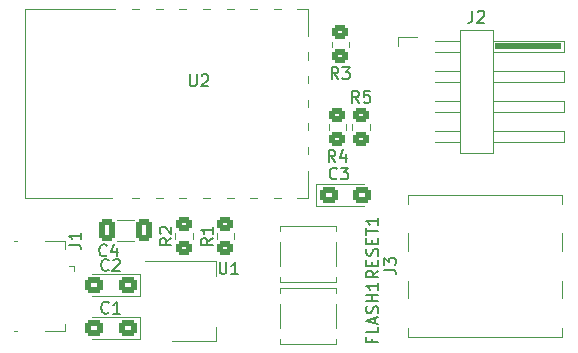
<source format=gto>
%TF.GenerationSoftware,KiCad,Pcbnew,(6.0.0)*%
%TF.CreationDate,2023-04-27T21:52:48-07:00*%
%TF.ProjectId,dumpster_fire_shelf_led_controller,64756d70-7374-4657-925f-666972655f73,rev?*%
%TF.SameCoordinates,Original*%
%TF.FileFunction,Legend,Top*%
%TF.FilePolarity,Positive*%
%FSLAX46Y46*%
G04 Gerber Fmt 4.6, Leading zero omitted, Abs format (unit mm)*
G04 Created by KiCad (PCBNEW (6.0.0)) date 2023-04-27 21:52:48*
%MOMM*%
%LPD*%
G01*
G04 APERTURE LIST*
G04 Aperture macros list*
%AMRoundRect*
0 Rectangle with rounded corners*
0 $1 Rounding radius*
0 $2 $3 $4 $5 $6 $7 $8 $9 X,Y pos of 4 corners*
0 Add a 4 corners polygon primitive as box body*
4,1,4,$2,$3,$4,$5,$6,$7,$8,$9,$2,$3,0*
0 Add four circle primitives for the rounded corners*
1,1,$1+$1,$2,$3*
1,1,$1+$1,$4,$5*
1,1,$1+$1,$6,$7*
1,1,$1+$1,$8,$9*
0 Add four rect primitives between the rounded corners*
20,1,$1+$1,$2,$3,$4,$5,0*
20,1,$1+$1,$4,$5,$6,$7,0*
20,1,$1+$1,$6,$7,$8,$9,0*
20,1,$1+$1,$8,$9,$2,$3,0*%
G04 Aperture macros list end*
%ADD10C,0.150000*%
%ADD11C,0.120000*%
%ADD12R,5.700000X0.600000*%
%ADD13RoundRect,0.250000X0.537500X0.425000X-0.537500X0.425000X-0.537500X-0.425000X0.537500X-0.425000X0*%
%ADD14R,1.600000X1.400000*%
%ADD15RoundRect,0.250000X-0.537500X-0.425000X0.537500X-0.425000X0.537500X0.425000X-0.537500X0.425000X0*%
%ADD16RoundRect,0.250000X0.450000X-0.350000X0.450000X0.350000X-0.450000X0.350000X-0.450000X-0.350000X0*%
%ADD17RoundRect,0.250000X-0.412500X-0.650000X0.412500X-0.650000X0.412500X0.650000X-0.412500X0.650000X0*%
%ADD18R,6.000000X2.000000*%
%ADD19R,3.500000X2.000000*%
%ADD20R,2.500000X1.000000*%
%ADD21RoundRect,0.250000X-0.450000X0.350000X-0.450000X-0.350000X0.450000X-0.350000X0.450000X0.350000X0*%
%ADD22R,1.100000X2.500000*%
%ADD23R,2.500000X1.100000*%
%ADD24R,1.400000X0.400000*%
%ADD25R,1.900000X1.750000*%
%ADD26R,1.450000X1.150000*%
%ADD27O,1.900000X1.050000*%
%ADD28R,2.000000X1.500000*%
%ADD29R,2.000000X3.800000*%
G04 APERTURE END LIST*
D10*
%TO.C,C2*%
X181620833Y-97357142D02*
X181573214Y-97404761D01*
X181430357Y-97452380D01*
X181335119Y-97452380D01*
X181192261Y-97404761D01*
X181097023Y-97309523D01*
X181049404Y-97214285D01*
X181001785Y-97023809D01*
X181001785Y-96880952D01*
X181049404Y-96690476D01*
X181097023Y-96595238D01*
X181192261Y-96500000D01*
X181335119Y-96452380D01*
X181430357Y-96452380D01*
X181573214Y-96500000D01*
X181620833Y-96547619D01*
X182001785Y-96547619D02*
X182049404Y-96500000D01*
X182144642Y-96452380D01*
X182382738Y-96452380D01*
X182477976Y-96500000D01*
X182525595Y-96547619D01*
X182573214Y-96642857D01*
X182573214Y-96738095D01*
X182525595Y-96880952D01*
X181954166Y-97452380D01*
X182573214Y-97452380D01*
%TO.C,FLASH1*%
X203928571Y-103166666D02*
X203928571Y-103500000D01*
X204452380Y-103500000D02*
X203452380Y-103500000D01*
X203452380Y-103023809D01*
X204452380Y-102166666D02*
X204452380Y-102642857D01*
X203452380Y-102642857D01*
X204166666Y-101880952D02*
X204166666Y-101404761D01*
X204452380Y-101976190D02*
X203452380Y-101642857D01*
X204452380Y-101309523D01*
X204404761Y-101023809D02*
X204452380Y-100880952D01*
X204452380Y-100642857D01*
X204404761Y-100547619D01*
X204357142Y-100500000D01*
X204261904Y-100452380D01*
X204166666Y-100452380D01*
X204071428Y-100500000D01*
X204023809Y-100547619D01*
X203976190Y-100642857D01*
X203928571Y-100833333D01*
X203880952Y-100928571D01*
X203833333Y-100976190D01*
X203738095Y-101023809D01*
X203642857Y-101023809D01*
X203547619Y-100976190D01*
X203500000Y-100928571D01*
X203452380Y-100833333D01*
X203452380Y-100595238D01*
X203500000Y-100452380D01*
X204452380Y-100023809D02*
X203452380Y-100023809D01*
X203928571Y-100023809D02*
X203928571Y-99452380D01*
X204452380Y-99452380D02*
X203452380Y-99452380D01*
X204452380Y-98452380D02*
X204452380Y-99023809D01*
X204452380Y-98738095D02*
X203452380Y-98738095D01*
X203595238Y-98833333D01*
X203690476Y-98928571D01*
X203738095Y-99023809D01*
%TO.C,C3*%
X200958333Y-89607142D02*
X200910714Y-89654761D01*
X200767857Y-89702380D01*
X200672619Y-89702380D01*
X200529761Y-89654761D01*
X200434523Y-89559523D01*
X200386904Y-89464285D01*
X200339285Y-89273809D01*
X200339285Y-89130952D01*
X200386904Y-88940476D01*
X200434523Y-88845238D01*
X200529761Y-88750000D01*
X200672619Y-88702380D01*
X200767857Y-88702380D01*
X200910714Y-88750000D01*
X200958333Y-88797619D01*
X201291666Y-88702380D02*
X201910714Y-88702380D01*
X201577380Y-89083333D01*
X201720238Y-89083333D01*
X201815476Y-89130952D01*
X201863095Y-89178571D01*
X201910714Y-89273809D01*
X201910714Y-89511904D01*
X201863095Y-89607142D01*
X201815476Y-89654761D01*
X201720238Y-89702380D01*
X201434523Y-89702380D01*
X201339285Y-89654761D01*
X201291666Y-89607142D01*
%TO.C,R1*%
X190452380Y-94666666D02*
X189976190Y-95000000D01*
X190452380Y-95238095D02*
X189452380Y-95238095D01*
X189452380Y-94857142D01*
X189500000Y-94761904D01*
X189547619Y-94714285D01*
X189642857Y-94666666D01*
X189785714Y-94666666D01*
X189880952Y-94714285D01*
X189928571Y-94761904D01*
X189976190Y-94857142D01*
X189976190Y-95238095D01*
X190452380Y-93714285D02*
X190452380Y-94285714D01*
X190452380Y-94000000D02*
X189452380Y-94000000D01*
X189595238Y-94095238D01*
X189690476Y-94190476D01*
X189738095Y-94285714D01*
%TO.C,C4*%
X181458333Y-96107142D02*
X181410714Y-96154761D01*
X181267857Y-96202380D01*
X181172619Y-96202380D01*
X181029761Y-96154761D01*
X180934523Y-96059523D01*
X180886904Y-95964285D01*
X180839285Y-95773809D01*
X180839285Y-95630952D01*
X180886904Y-95440476D01*
X180934523Y-95345238D01*
X181029761Y-95250000D01*
X181172619Y-95202380D01*
X181267857Y-95202380D01*
X181410714Y-95250000D01*
X181458333Y-95297619D01*
X182315476Y-95535714D02*
X182315476Y-96202380D01*
X182077380Y-95154761D02*
X181839285Y-95869047D01*
X182458333Y-95869047D01*
%TO.C,J3*%
X204952380Y-97333333D02*
X205666666Y-97333333D01*
X205809523Y-97380952D01*
X205904761Y-97476190D01*
X205952380Y-97619047D01*
X205952380Y-97714285D01*
X204952380Y-96952380D02*
X204952380Y-96333333D01*
X205333333Y-96666666D01*
X205333333Y-96523809D01*
X205380952Y-96428571D01*
X205428571Y-96380952D01*
X205523809Y-96333333D01*
X205761904Y-96333333D01*
X205857142Y-96380952D01*
X205904761Y-96428571D01*
X205952380Y-96523809D01*
X205952380Y-96809523D01*
X205904761Y-96904761D01*
X205857142Y-96952380D01*
%TO.C,C1*%
X181633333Y-100957142D02*
X181585714Y-101004761D01*
X181442857Y-101052380D01*
X181347619Y-101052380D01*
X181204761Y-101004761D01*
X181109523Y-100909523D01*
X181061904Y-100814285D01*
X181014285Y-100623809D01*
X181014285Y-100480952D01*
X181061904Y-100290476D01*
X181109523Y-100195238D01*
X181204761Y-100100000D01*
X181347619Y-100052380D01*
X181442857Y-100052380D01*
X181585714Y-100100000D01*
X181633333Y-100147619D01*
X182585714Y-101052380D02*
X182014285Y-101052380D01*
X182300000Y-101052380D02*
X182300000Y-100052380D01*
X182204761Y-100195238D01*
X182109523Y-100290476D01*
X182014285Y-100338095D01*
%TO.C,J2*%
X212436666Y-75422380D02*
X212436666Y-76136666D01*
X212389047Y-76279523D01*
X212293809Y-76374761D01*
X212150952Y-76422380D01*
X212055714Y-76422380D01*
X212865238Y-75517619D02*
X212912857Y-75470000D01*
X213008095Y-75422380D01*
X213246190Y-75422380D01*
X213341428Y-75470000D01*
X213389047Y-75517619D01*
X213436666Y-75612857D01*
X213436666Y-75708095D01*
X213389047Y-75850952D01*
X212817619Y-76422380D01*
X213436666Y-76422380D01*
%TO.C,RESET1*%
X204452380Y-97428571D02*
X203976190Y-97761904D01*
X204452380Y-98000000D02*
X203452380Y-98000000D01*
X203452380Y-97619047D01*
X203500000Y-97523809D01*
X203547619Y-97476190D01*
X203642857Y-97428571D01*
X203785714Y-97428571D01*
X203880952Y-97476190D01*
X203928571Y-97523809D01*
X203976190Y-97619047D01*
X203976190Y-98000000D01*
X203928571Y-97000000D02*
X203928571Y-96666666D01*
X204452380Y-96523809D02*
X204452380Y-97000000D01*
X203452380Y-97000000D01*
X203452380Y-96523809D01*
X204404761Y-96142857D02*
X204452380Y-96000000D01*
X204452380Y-95761904D01*
X204404761Y-95666666D01*
X204357142Y-95619047D01*
X204261904Y-95571428D01*
X204166666Y-95571428D01*
X204071428Y-95619047D01*
X204023809Y-95666666D01*
X203976190Y-95761904D01*
X203928571Y-95952380D01*
X203880952Y-96047619D01*
X203833333Y-96095238D01*
X203738095Y-96142857D01*
X203642857Y-96142857D01*
X203547619Y-96095238D01*
X203500000Y-96047619D01*
X203452380Y-95952380D01*
X203452380Y-95714285D01*
X203500000Y-95571428D01*
X203928571Y-95142857D02*
X203928571Y-94809523D01*
X204452380Y-94666666D02*
X204452380Y-95142857D01*
X203452380Y-95142857D01*
X203452380Y-94666666D01*
X203452380Y-94380952D02*
X203452380Y-93809523D01*
X204452380Y-94095238D02*
X203452380Y-94095238D01*
X204452380Y-92952380D02*
X204452380Y-93523809D01*
X204452380Y-93238095D02*
X203452380Y-93238095D01*
X203595238Y-93333333D01*
X203690476Y-93428571D01*
X203738095Y-93523809D01*
%TO.C,R5*%
X202833333Y-83202380D02*
X202500000Y-82726190D01*
X202261904Y-83202380D02*
X202261904Y-82202380D01*
X202642857Y-82202380D01*
X202738095Y-82250000D01*
X202785714Y-82297619D01*
X202833333Y-82392857D01*
X202833333Y-82535714D01*
X202785714Y-82630952D01*
X202738095Y-82678571D01*
X202642857Y-82726190D01*
X202261904Y-82726190D01*
X203738095Y-82202380D02*
X203261904Y-82202380D01*
X203214285Y-82678571D01*
X203261904Y-82630952D01*
X203357142Y-82583333D01*
X203595238Y-82583333D01*
X203690476Y-82630952D01*
X203738095Y-82678571D01*
X203785714Y-82773809D01*
X203785714Y-83011904D01*
X203738095Y-83107142D01*
X203690476Y-83154761D01*
X203595238Y-83202380D01*
X203357142Y-83202380D01*
X203261904Y-83154761D01*
X203214285Y-83107142D01*
%TO.C,R4*%
X200833333Y-88202380D02*
X200500000Y-87726190D01*
X200261904Y-88202380D02*
X200261904Y-87202380D01*
X200642857Y-87202380D01*
X200738095Y-87250000D01*
X200785714Y-87297619D01*
X200833333Y-87392857D01*
X200833333Y-87535714D01*
X200785714Y-87630952D01*
X200738095Y-87678571D01*
X200642857Y-87726190D01*
X200261904Y-87726190D01*
X201690476Y-87535714D02*
X201690476Y-88202380D01*
X201452380Y-87154761D02*
X201214285Y-87869047D01*
X201833333Y-87869047D01*
%TO.C,R3*%
X201083333Y-81202380D02*
X200750000Y-80726190D01*
X200511904Y-81202380D02*
X200511904Y-80202380D01*
X200892857Y-80202380D01*
X200988095Y-80250000D01*
X201035714Y-80297619D01*
X201083333Y-80392857D01*
X201083333Y-80535714D01*
X201035714Y-80630952D01*
X200988095Y-80678571D01*
X200892857Y-80726190D01*
X200511904Y-80726190D01*
X201416666Y-80202380D02*
X202035714Y-80202380D01*
X201702380Y-80583333D01*
X201845238Y-80583333D01*
X201940476Y-80630952D01*
X201988095Y-80678571D01*
X202035714Y-80773809D01*
X202035714Y-81011904D01*
X201988095Y-81107142D01*
X201940476Y-81154761D01*
X201845238Y-81202380D01*
X201559523Y-81202380D01*
X201464285Y-81154761D01*
X201416666Y-81107142D01*
%TO.C,U2*%
X188500595Y-80812380D02*
X188500595Y-81621904D01*
X188548214Y-81717142D01*
X188595833Y-81764761D01*
X188691071Y-81812380D01*
X188881547Y-81812380D01*
X188976785Y-81764761D01*
X189024404Y-81717142D01*
X189072023Y-81621904D01*
X189072023Y-80812380D01*
X189500595Y-80907619D02*
X189548214Y-80860000D01*
X189643452Y-80812380D01*
X189881547Y-80812380D01*
X189976785Y-80860000D01*
X190024404Y-80907619D01*
X190072023Y-81002857D01*
X190072023Y-81098095D01*
X190024404Y-81240952D01*
X189452976Y-81812380D01*
X190072023Y-81812380D01*
%TO.C,J1*%
X178252380Y-95208333D02*
X178966666Y-95208333D01*
X179109523Y-95255952D01*
X179204761Y-95351190D01*
X179252380Y-95494047D01*
X179252380Y-95589285D01*
X179252380Y-94208333D02*
X179252380Y-94779761D01*
X179252380Y-94494047D02*
X178252380Y-94494047D01*
X178395238Y-94589285D01*
X178490476Y-94684523D01*
X178538095Y-94779761D01*
%TO.C,R2*%
X186952380Y-94666666D02*
X186476190Y-95000000D01*
X186952380Y-95238095D02*
X185952380Y-95238095D01*
X185952380Y-94857142D01*
X186000000Y-94761904D01*
X186047619Y-94714285D01*
X186142857Y-94666666D01*
X186285714Y-94666666D01*
X186380952Y-94714285D01*
X186428571Y-94761904D01*
X186476190Y-94857142D01*
X186476190Y-95238095D01*
X186047619Y-94285714D02*
X186000000Y-94238095D01*
X185952380Y-94142857D01*
X185952380Y-93904761D01*
X186000000Y-93809523D01*
X186047619Y-93761904D01*
X186142857Y-93714285D01*
X186238095Y-93714285D01*
X186380952Y-93761904D01*
X186952380Y-94333333D01*
X186952380Y-93714285D01*
%TO.C,U1*%
X191025595Y-96702380D02*
X191025595Y-97511904D01*
X191073214Y-97607142D01*
X191120833Y-97654761D01*
X191216071Y-97702380D01*
X191406547Y-97702380D01*
X191501785Y-97654761D01*
X191549404Y-97607142D01*
X191597023Y-97511904D01*
X191597023Y-96702380D01*
X192597023Y-97702380D02*
X192025595Y-97702380D01*
X192311309Y-97702380D02*
X192311309Y-96702380D01*
X192216071Y-96845238D01*
X192120833Y-96940476D01*
X192025595Y-96988095D01*
D11*
%TO.C,C2*%
X180200000Y-99535000D02*
X184285000Y-99535000D01*
X184285000Y-99535000D02*
X184285000Y-97665000D01*
X184285000Y-97665000D02*
X180200000Y-97665000D01*
%TO.C,FLASH1*%
X200870000Y-100220000D02*
X200870000Y-102280000D01*
X196130000Y-98880000D02*
X196130000Y-99280000D01*
X200870000Y-98880000D02*
X200870000Y-99280000D01*
X200870000Y-103620000D02*
X196130000Y-103620000D01*
X200870000Y-98880000D02*
X196130000Y-98880000D01*
X200870000Y-103620000D02*
X200870000Y-103220000D01*
X196130000Y-100220000D02*
X196130000Y-102280000D01*
X196130000Y-103620000D02*
X196130000Y-103220000D01*
%TO.C,C3*%
X199202500Y-91935000D02*
X203287500Y-91935000D01*
X203287500Y-90065000D02*
X199202500Y-90065000D01*
X199202500Y-90065000D02*
X199202500Y-91935000D01*
%TO.C,R1*%
X192235000Y-94727064D02*
X192235000Y-94272936D01*
X190765000Y-94727064D02*
X190765000Y-94272936D01*
%TO.C,C4*%
X182351248Y-93090000D02*
X183773752Y-93090000D01*
X182351248Y-94910000D02*
X183773752Y-94910000D01*
%TO.C,J3*%
X220000000Y-91012500D02*
X207000000Y-91012500D01*
X207000000Y-103012500D02*
X220000000Y-103012500D01*
X207000000Y-94262500D02*
X207000000Y-95762500D01*
X220000000Y-91762500D02*
X220000000Y-91012500D01*
X220000000Y-95762500D02*
X220000000Y-94262500D01*
X220000000Y-99762500D02*
X220000000Y-98262500D01*
X207000000Y-102262500D02*
X207000000Y-103012500D01*
X220000000Y-103012500D02*
X220000000Y-102262500D01*
X207000000Y-91012500D02*
X207000000Y-91762500D01*
X207000000Y-98262500D02*
X207000000Y-99762500D01*
%TO.C,C1*%
X180212500Y-103185000D02*
X184297500Y-103185000D01*
X184297500Y-103185000D02*
X184297500Y-101315000D01*
X184297500Y-101315000D02*
X180212500Y-101315000D01*
%TO.C,J2*%
X209295000Y-80540000D02*
X211405000Y-80540000D01*
X220145000Y-85620000D02*
X220145000Y-86500000D01*
X214145000Y-77050000D02*
X214145000Y-87450000D01*
X211405000Y-87450000D02*
X211405000Y-77050000D01*
X214145000Y-80540000D02*
X220145000Y-80540000D01*
X220145000Y-86500000D02*
X214145000Y-86500000D01*
X209295000Y-85620000D02*
X211405000Y-85620000D01*
X209295000Y-86500000D02*
X211405000Y-86500000D01*
X220145000Y-83960000D02*
X214145000Y-83960000D01*
X206155000Y-78440000D02*
X206155000Y-77620000D01*
X211405000Y-77050000D02*
X214145000Y-77050000D01*
X214145000Y-87450000D02*
X211405000Y-87450000D01*
X206155000Y-77620000D02*
X207725000Y-77620000D01*
X209295000Y-78000000D02*
X211405000Y-78000000D01*
X214145000Y-83080000D02*
X220145000Y-83080000D01*
X209295000Y-78880000D02*
X211405000Y-78880000D01*
X214145000Y-78000000D02*
X220145000Y-78000000D01*
X220145000Y-78000000D02*
X220145000Y-78880000D01*
X220145000Y-78880000D02*
X214145000Y-78880000D01*
X220145000Y-83080000D02*
X220145000Y-83960000D01*
X209295000Y-81420000D02*
X211405000Y-81420000D01*
X209295000Y-83080000D02*
X211405000Y-83080000D01*
X209295000Y-83960000D02*
X211405000Y-83960000D01*
X220145000Y-81420000D02*
X214145000Y-81420000D01*
X220145000Y-80540000D02*
X220145000Y-81420000D01*
X214145000Y-85620000D02*
X220145000Y-85620000D01*
%TO.C,RESET1*%
X200870000Y-94970000D02*
X200870000Y-97030000D01*
X200870000Y-98370000D02*
X200870000Y-97970000D01*
X200870000Y-93630000D02*
X200870000Y-94030000D01*
X196130000Y-94970000D02*
X196130000Y-97030000D01*
X196130000Y-93630000D02*
X196130000Y-94030000D01*
X196130000Y-98370000D02*
X196130000Y-97970000D01*
X200870000Y-93630000D02*
X196130000Y-93630000D01*
X200870000Y-98370000D02*
X196130000Y-98370000D01*
%TO.C,R5*%
X202265000Y-85022936D02*
X202265000Y-85477064D01*
X203735000Y-85022936D02*
X203735000Y-85477064D01*
%TO.C,R4*%
X200265000Y-85022936D02*
X200265000Y-85477064D01*
X201735000Y-85022936D02*
X201735000Y-85477064D01*
%TO.C,R3*%
X200515000Y-78477064D02*
X200515000Y-78022936D01*
X201985000Y-78477064D02*
X201985000Y-78022936D01*
%TO.C,U2*%
X184212500Y-75250000D02*
X183612500Y-75250000D01*
X198512500Y-75250000D02*
X197612500Y-75250000D01*
X198512500Y-81550000D02*
X198512500Y-80950000D01*
X174512500Y-75250000D02*
X174512500Y-91250000D01*
X188212500Y-75250000D02*
X187612500Y-75250000D01*
X187612500Y-91250000D02*
X188212500Y-91250000D01*
X198512500Y-87550000D02*
X198512500Y-86950000D01*
X182212500Y-75250000D02*
X174512500Y-75250000D01*
X193612500Y-91250000D02*
X194212500Y-91250000D01*
X183612500Y-91250000D02*
X184212500Y-91250000D01*
X196212500Y-75250000D02*
X195612500Y-75250000D01*
X195612500Y-91250000D02*
X196212500Y-91250000D01*
X186212500Y-75250000D02*
X185612500Y-75250000D01*
X198512500Y-77550000D02*
X198512500Y-75250000D01*
X198512500Y-91250000D02*
X197612500Y-91250000D01*
X194212500Y-75250000D02*
X193612500Y-75250000D01*
X192212500Y-75250000D02*
X191612500Y-75250000D01*
X191612500Y-91250000D02*
X192212500Y-91250000D01*
X198512500Y-79550000D02*
X198512500Y-78950000D01*
X174512500Y-91250000D02*
X181912500Y-91250000D01*
X190212500Y-75250000D02*
X189612500Y-75250000D01*
X198512500Y-83550000D02*
X198512500Y-82950000D01*
X198512500Y-85550000D02*
X198512500Y-84950000D01*
X185612500Y-91250000D02*
X186212500Y-91250000D01*
X198512500Y-88950000D02*
X198512500Y-91250000D01*
X189612500Y-91250000D02*
X190212500Y-91250000D01*
%TO.C,J1*%
X176230000Y-102560000D02*
X177960000Y-102560000D01*
X178660000Y-96990000D02*
X178270000Y-96990000D01*
X173660000Y-102560000D02*
X173870000Y-102560000D01*
X177960000Y-102560000D02*
X177960000Y-101910000D01*
X176230000Y-94940000D02*
X177960000Y-94940000D01*
X178660000Y-96990000D02*
X178660000Y-97440000D01*
X173660000Y-94940000D02*
X173870000Y-94940000D01*
X177960000Y-94940000D02*
X177960000Y-95600000D01*
%TO.C,R2*%
X188735000Y-94727064D02*
X188735000Y-94272936D01*
X187265000Y-94727064D02*
X187265000Y-94272936D01*
%TO.C,U1*%
X190760000Y-103410000D02*
X190760000Y-102150000D01*
X184750000Y-96590000D02*
X190760000Y-96590000D01*
X187000000Y-103410000D02*
X190760000Y-103410000D01*
X190760000Y-96590000D02*
X190760000Y-97850000D01*
%TD*%
D12*
%TO.C,J2*%
X217145000Y-78440000D03*
%TD*%
%LPC*%
D13*
%TO.C,C2*%
X183237500Y-98600000D03*
X180362500Y-98600000D03*
%TD*%
D14*
%TO.C,FLASH1*%
X202100000Y-102750000D03*
X194900000Y-102750000D03*
X202100000Y-99750000D03*
X194900000Y-99750000D03*
%TD*%
D15*
%TO.C,C3*%
X200250000Y-91000000D03*
X203125000Y-91000000D03*
%TD*%
D16*
%TO.C,R1*%
X191500000Y-95500000D03*
X191500000Y-93500000D03*
%TD*%
D17*
%TO.C,C4*%
X181500000Y-94000000D03*
X184625000Y-94000000D03*
%TD*%
D18*
%TO.C,J3*%
X217250000Y-101012500D03*
D19*
X208000000Y-101012500D03*
D18*
X217250000Y-97012500D03*
D19*
X208000000Y-97012500D03*
X208000000Y-93012500D03*
D18*
X217250000Y-93012500D03*
%TD*%
D13*
%TO.C,C1*%
X183250000Y-102250000D03*
X180375000Y-102250000D03*
%TD*%
D20*
%TO.C,J2*%
X207725000Y-78440000D03*
X207725000Y-80980000D03*
X207725000Y-83520000D03*
X207725000Y-86060000D03*
%TD*%
D14*
%TO.C,RESET1*%
X194900000Y-97500000D03*
X202100000Y-97500000D03*
X202100000Y-94500000D03*
X194900000Y-94500000D03*
%TD*%
D21*
%TO.C,R5*%
X203000000Y-84250000D03*
X203000000Y-86250000D03*
%TD*%
%TO.C,R4*%
X201000000Y-84250000D03*
X201000000Y-86250000D03*
%TD*%
D16*
%TO.C,R3*%
X201250000Y-79250000D03*
X201250000Y-77250000D03*
%TD*%
D22*
%TO.C,U2*%
X182912500Y-90950000D03*
X184912500Y-90950000D03*
X186912500Y-90950000D03*
X188912500Y-90950000D03*
X190912500Y-90950000D03*
X192912500Y-90950000D03*
X194912500Y-90950000D03*
X196912500Y-90950000D03*
X196912500Y-75550000D03*
X194912500Y-75550000D03*
X192912500Y-75550000D03*
X190912500Y-75550000D03*
X188912500Y-75550000D03*
X186912500Y-75550000D03*
X184912500Y-75550000D03*
X182912500Y-75550000D03*
D23*
X198612500Y-88260000D03*
X198612500Y-86260000D03*
X198612500Y-84260000D03*
X198612500Y-82260000D03*
X198612500Y-80260000D03*
X198612500Y-78260000D03*
%TD*%
D24*
%TO.C,J1*%
X177700000Y-97450000D03*
X177700000Y-98100000D03*
X177700000Y-98750000D03*
X177700000Y-99400000D03*
X177700000Y-100050000D03*
D25*
X175050000Y-97625000D03*
D26*
X177280000Y-101070000D03*
D27*
X175050000Y-95175000D03*
D26*
X177280000Y-96430000D03*
D25*
X175050000Y-99875000D03*
D27*
X175050000Y-102325000D03*
%TD*%
D16*
%TO.C,R2*%
X188000000Y-95500000D03*
X188000000Y-93500000D03*
%TD*%
D28*
%TO.C,U1*%
X185700000Y-97700000D03*
X185700000Y-100000000D03*
D29*
X192000000Y-100000000D03*
D28*
X185700000Y-102300000D03*
%TD*%
M02*

</source>
